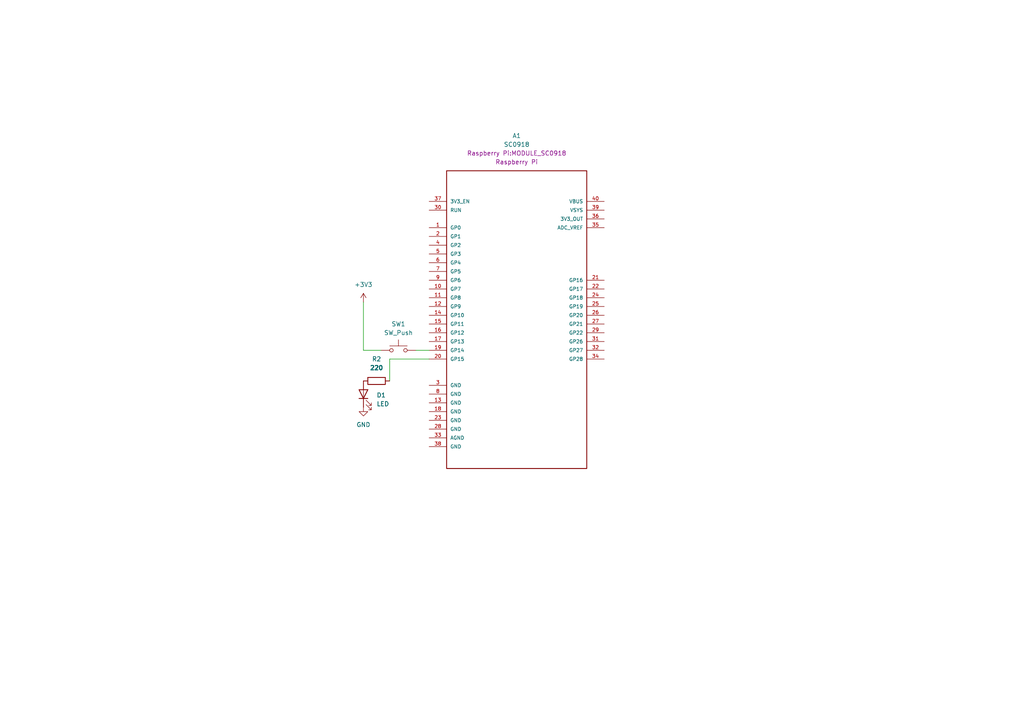
<source format=kicad_sch>
(kicad_sch (version 20230121) (generator eeschema)
  (paper "A4")
  (title_block (title "Button & LED"))
  (lib_symbols
    (symbol "Device:LED" (pin_numbers hide) (pin_names (offset 1.016) hide)
      (property "Reference" "D" (at 0 2.54 0))
      (property "Value" "LED" (at 0 -2.54 0))
      (symbol "LED_0_1"
        (polyline (pts (xy -1.27 -1.27) (xy -1.27 1.27)) (stroke (width 0.254)))
        (polyline (pts (xy -1.27 0) (xy 1.27 0)))
        (polyline (pts (xy 1.27 -1.27) (xy 1.27 1.27) (xy -1.27 0) (xy 1.27 -1.27)) (stroke (width 0.254)))
        (polyline (pts (xy -3.048 -0.762) (xy -4.572 -2.286) (xy -3.81 -2.286) (xy -4.572 -2.286) (xy -4.572 -1.524)))
        (polyline (pts (xy -1.778 -0.762) (xy -3.302 -2.286) (xy -2.54 -2.286) (xy -3.302 -2.286) (xy -3.302 -1.524)))
      )
      (symbol "LED_1_1"
        (pin passive line (at -3.81 0 0) (length 2.54) (name "K") (number "1"))
        (pin passive line (at 3.81 0 180) (length 2.54) (name "A") (number "2"))
      )
    )
    (symbol "Device:R" (pin_numbers hide) (pin_names (offset 0))
      (property "Reference" "R" (at 2.032 0 90))
      (property "Value" "R" (at 0 0 90))
      (symbol "R_0_1"
        (rectangle (start -1.016 -2.54) (end 1.016 2.54) (stroke (width 0.254)))
      )
      (symbol "R_1_1"
        (pin passive line (at 0 3.81 270) (length 1.27) (name "~") (number "1"))
        (pin passive line (at 0 -3.81 90) (length 1.27) (name "~") (number "2"))
      )
    )
    (symbol "MCU_RaspberryPi_Pico_W:SC0918" (pin_names (offset 1.016))
      (property "Reference" "A1" (at 0 58.42 0))
      (property "Value" "SC0918" (at 0 55.88 0))
      (property "Footprint" "Raspberry Pi:MODULE_SC0918" (at -12.7 -46.99 0))
      (property "manufacturer" "Raspberry Pi" (at 0 53.34 0))
      (symbol "SC0918_0_0"
        (rectangle (start -20.32 -43.18) (end 20.32 43.18) (stroke (width 0.254)))
        (pin bidirectional line (at -25.4 26.67 0) (length 5.08) (name "GP0") (number "1"))
        (pin bidirectional line (at -25.4 8.89 0) (length 5.08) (name "GP7") (number "10"))
        (pin bidirectional line (at -25.4 6.35 0) (length 5.08) (name "GP8") (number "11"))
        (pin bidirectional line (at -25.4 3.81 0) (length 5.08) (name "GP9") (number "12"))
        (pin power_in line (at -25.4 -24.13 0) (length 5.08) (name "GND") (number "13"))
        (pin bidirectional line (at -25.4 1.27 0) (length 5.08) (name "GP10") (number "14"))
        (pin bidirectional line (at -25.4 -1.27 0) (length 5.08) (name "GP11") (number "15"))
        (pin bidirectional line (at -25.4 -3.81 0) (length 5.08) (name "GP12") (number "16"))
        (pin bidirectional line (at -25.4 -6.35 0) (length 5.08) (name "GP13") (number "17"))
        (pin power_in line (at -25.4 -26.67 0) (length 5.08) (name "GND") (number "18"))
        (pin bidirectional line (at -25.4 -8.89 0) (length 5.08) (name "GP14") (number "19"))
        (pin bidirectional line (at -25.4 24.13 0) (length 5.08) (name "GP1") (number "2"))
        (pin bidirectional line (at -25.4 -11.43 0) (length 5.08) (name "GP15") (number "20"))
        (pin bidirectional line (at 25.4 11.43 180) (length 5.08) (name "GP16") (number "21"))
        (pin bidirectional line (at 25.4 8.89 180) (length 5.08) (name "GP17") (number "22"))
        (pin power_in line (at -25.4 -29.21 0) (length 5.08) (name "GND") (number "23"))
        (pin bidirectional line (at 25.4 6.35 180) (length 5.08) (name "GP18") (number "24"))
        (pin bidirectional line (at 25.4 3.81 180) (length 5.08) (name "GP19") (number "25"))
        (pin bidirectional line (at 25.4 1.27 180) (length 5.08) (name "GP20") (number "26"))
        (pin bidirectional line (at 25.4 -1.27 180) (length 5.08) (name "GP21") (number "27"))
        (pin power_in line (at -25.4 -31.75 0) (length 5.08) (name "GND") (number "28"))
        (pin bidirectional line (at 25.4 -3.81 180) (length 5.08) (name "GP22") (number "29"))
        (pin power_in line (at -25.4 -19.05 0) (length 5.08) (name "GND") (number "3"))
        (pin input line (at -25.4 31.75 0) (length 5.08) (name "RUN") (number "30"))
        (pin bidirectional line (at 25.4 -6.35 180) (length 5.08) (name "GP26") (number "31"))
        (pin bidirectional line (at 25.4 -8.89 180) (length 5.08) (name "GP27") (number "32"))
        (pin power_in line (at -25.4 -34.29 0) (length 5.08) (name "AGND") (number "33"))
        (pin bidirectional line (at 25.4 -11.43 180) (length 5.08) (name "GP28") (number "34"))
        (pin power_in line (at 25.4 26.67 180) (length 5.08) (name "ADC_VREF") (number "35"))
        (pin power_in line (at 25.4 29.21 180) (length 5.08) (name "3V3_OUT") (number "36"))
        (pin input line (at -25.4 34.29 0) (length 5.08) (name "3V3_EN") (number "37"))
        (pin power_in line (at -25.4 -36.83 0) (length 5.08) (name "GND") (number "38"))
        (pin free line (at 25.4 31.75 180) (length 5.08) (name "VSYS") (number "39"))
        (pin bidirectional line (at -25.4 21.59 0) (length 5.08) (name "GP2") (number "4"))
        (pin free line (at 25.4 34.29 180) (length 5.08) (name "VBUS") (number "40"))
        (pin bidirectional line (at -25.4 19.05 0) (length 5.08) (name "GP3") (number "5"))
        (pin bidirectional line (at -25.4 16.51 0) (length 5.08) (name "GP4") (number "6"))
        (pin bidirectional line (at -25.4 13.97 0) (length 5.08) (name "GP5") (number "7"))
        (pin power_in line (at -25.4 -21.59 0) (length 5.08) (name "GND") (number "8"))
        (pin bidirectional line (at -25.4 11.43 0) (length 5.08) (name "GP6") (number "9"))
      )
    )
    (symbol "Switch:SW_Push" (pin_numbers hide) (pin_names (offset 1.016) hide)
      (property "Reference" "SW" (at 1.27 2.54 0))
      (property "Value" "SW_Push" (at 0 -1.524 0))
      (symbol "SW_Push_0_1"
        (circle (center -2.032 0) (radius 0.508))
        (polyline (pts (xy 0 1.27) (xy 0 3.048)))
        (polyline (pts (xy 2.54 1.27) (xy -2.54 1.27)))
        (circle (center 2.032 0) (radius 0.508))
        (pin passive line (at -5.08 0 0) (length 2.54) (name "1") (number "1"))
        (pin passive line (at 5.08 0 180) (length 2.54) (name "2") (number "2"))
      )
    )
    (symbol "power:+3V3" (power) (pin_names (offset 0))
      (property "Value" "+3V3" (at 0 3.556 0))
      (symbol "+3V3_0_1"
        (polyline (pts (xy -0.762 1.27) (xy 0 2.54)))
        (polyline (pts (xy 0 0) (xy 0 2.54)))
        (polyline (pts (xy 0 2.54) (xy 0.762 1.27)))
      )
      (symbol "+3V3_1_1"
        (pin power_in line (at 0 0 90) (length 0) hide (name "+3V3") (number "1"))
      )
    )
    (symbol "power:GND" (power) (pin_names (offset 0))
      (property "Value" "GND" (at 0 -3.81 0))
      (symbol "GND_0_1"
        (polyline (pts (xy 0 0) (xy 0 -1.27) (xy 1.27 -1.27) (xy 0 -2.54) (xy -1.27 -1.27) (xy 0 -1.27)))
      )
      (symbol "GND_1_1"
        (pin power_in line (at 0 0 270) (length 0) hide (name "GND") (number "1"))
      )
    )
  )
  (wire (pts (xy 124.46 104.14) (xy 113.03 104.14)))
  (wire (pts (xy 120.65 101.6) (xy 124.46 101.6)))
  (wire (pts (xy 110.49 101.6) (xy 105.41 101.6)))
  (wire (pts (xy 113.03 104.14) (xy 113.03 110.49)))
  (wire (pts (xy 105.41 101.6) (xy 105.41 87.63)))
  (symbol (lib_id "Device:LED") (at 105.41 114.3 90) (unit 1)
    (property "Reference" "D1" (at 109.22 114.6175 90) (effects (justify right)))
    (property "Value" "LED" (at 109.22 117.1575 90) (effects (justify right)))
  )
  (symbol (lib_id "power:GND") (at 105.41 118.11 0) (unit 1)
    (property "Reference" "#PWR03" (effects hide))
    (property "Value" "GND" (at 105.41 123.19 0))
  )
  (symbol (lib_id "Device:R") (at 109.22 110.49 270) (unit 1)
    (property "Reference" "R2" (at 109.22 104.14 90))
    (property "Value" "220" (at 109.22 106.68 90) (effects (font bold)))
  )
  (symbol (lib_id "MCU_RaspberryPi_Pico_W:SC0918") (at 149.86 92.71 0) (unit 1)
    (property "Reference" "A1" (at 149.86 39.37 0))
    (property "Value" "SC0918" (at 149.86 41.91 0))
    (property "Footprint" "Raspberry Pi:MODULE_SC0918" (at 149.86 44.45 0))
    (property "Datasheet" "https://datasheets.raspberrypi.com/picow/pico-w-datasheet.pdf" (effects hide))
    (property "manufacturer" "Raspberry Pi" (at 149.86 46.99 0))
    (property "P/N" "SC0918" (effects hide))
    (property "PARTREV" "1.6" (effects hide))
    (property "MAXIMUM_PACKAGE_HEIGHT" "3.73mm" (effects hide))
  )
  (symbol (lib_id "power:+3V3") (at 105.41 87.63 0) (unit 1)
    (property "Reference" "#PWR02" (effects hide))
    (property "Value" "+3V3" (at 105.41 82.55 0))
  )
  (symbol (lib_id "Switch:SW_Push") (at 115.57 101.6 0) (unit 1)
    (property "Reference" "SW1" (at 115.57 93.98 0))
    (property "Value" "SW_Push" (at 115.57 96.52 0))
  )
)
</source>
